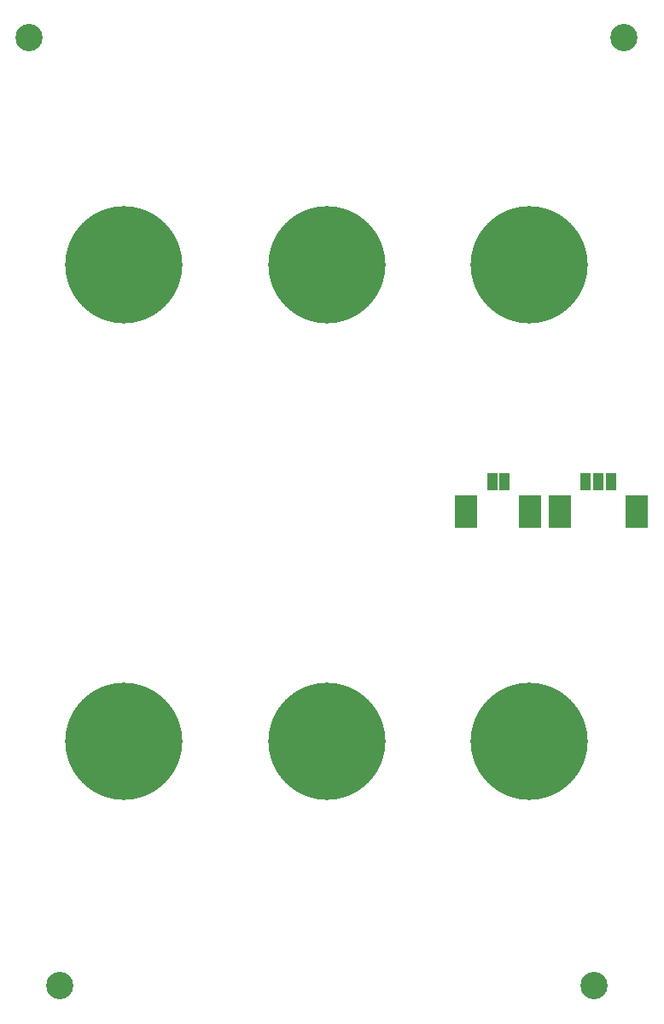
<source format=gbs>
G04 Layer_Color=16711935*
%FSLAX25Y25*%
%MOIN*%
G70*
G01*
G75*
%ADD30C,0.10642*%
%ADD31C,0.45800*%
%ADD32R,0.09068X0.12611*%
%ADD33R,0.03950X0.07099*%
D30*
X267717Y10043D02*
D03*
X59055Y10043D02*
D03*
X279527Y380122D02*
D03*
X47244D02*
D03*
D31*
X242535Y105663D02*
D03*
X163323D02*
D03*
X84114D02*
D03*
X242533Y291663D02*
D03*
X163323D02*
D03*
X84112D02*
D03*
D32*
X242886Y195343D02*
D03*
X217886Y195343D02*
D03*
X254500Y195343D02*
D03*
X284421D02*
D03*
D33*
X227925Y206760D02*
D03*
X232846D02*
D03*
X274382D02*
D03*
X269461D02*
D03*
X264539D02*
D03*
M02*

</source>
